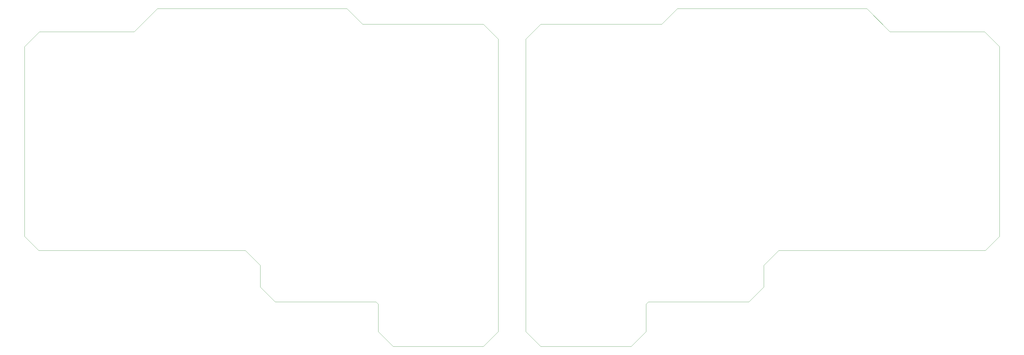
<source format=gbr>
G04 #@! TF.FileFunction,Profile,NP*
%FSLAX46Y46*%
G04 Gerber Fmt 4.6, Leading zero omitted, Abs format (unit mm)*
G04 Created by KiCad (PCBNEW 4.0.7) date Tue Mar  6 17:21:56 2018*
%MOMM*%
%LPD*%
G01*
G04 APERTURE LIST*
%ADD10C,0.100000*%
G04 APERTURE END LIST*
D10*
X299000000Y-148750000D02*
X304000000Y-143750000D01*
X304000000Y-143750000D02*
X368250000Y-143750000D01*
X299000000Y-148750000D02*
X299000000Y-156000000D01*
X299000000Y-156000000D02*
X294000000Y-161000000D01*
X294000000Y-161000000D02*
X260250000Y-161000000D01*
X260250000Y-161000000D02*
X259500000Y-161750000D01*
X259500000Y-161750000D02*
X259500000Y-171000000D01*
X254500000Y-176000000D02*
X259500000Y-171000000D01*
X254500000Y-176000000D02*
X224500000Y-176000000D01*
X219250000Y-171000000D02*
X224250000Y-176000000D01*
X224250000Y-176000000D02*
X224500000Y-176000000D01*
X219250000Y-171000000D02*
X219250000Y-72750000D01*
X219250000Y-72750000D02*
X224250000Y-67750000D01*
X224250000Y-67750000D02*
X264750000Y-67750000D01*
X264750000Y-67750000D02*
X270000000Y-62500000D01*
X270000000Y-62500000D02*
X333500000Y-62500000D01*
X333500000Y-62500000D02*
X341250000Y-70250000D01*
X341250000Y-70250000D02*
X373000000Y-70250000D01*
X378000000Y-75250000D02*
X378000000Y-139000000D01*
X378000000Y-139000000D02*
X373250000Y-143750000D01*
X373250000Y-143750000D02*
X368250000Y-143750000D01*
X378000000Y-75250000D02*
X373000000Y-70250000D01*
X51250000Y-75250000D02*
X56250000Y-70250000D01*
X56000000Y-143750000D02*
X61000000Y-143750000D01*
X51250000Y-139000000D02*
X56000000Y-143750000D01*
X51250000Y-75250000D02*
X51250000Y-139000000D01*
X88000000Y-70250000D02*
X56250000Y-70250000D01*
X95750000Y-62500000D02*
X88000000Y-70250000D01*
X159250000Y-62500000D02*
X95750000Y-62500000D01*
X164500000Y-67750000D02*
X159250000Y-62500000D01*
X205000000Y-67750000D02*
X164500000Y-67750000D01*
X210000000Y-72750000D02*
X205000000Y-67750000D01*
X210000000Y-171000000D02*
X210000000Y-72750000D01*
X205000000Y-176000000D02*
X204750000Y-176000000D01*
X210000000Y-171000000D02*
X205000000Y-176000000D01*
X174750000Y-176000000D02*
X204750000Y-176000000D01*
X174750000Y-176000000D02*
X169750000Y-171000000D01*
X169750000Y-161750000D02*
X169750000Y-171000000D01*
X169000000Y-161000000D02*
X169750000Y-161750000D01*
X135250000Y-161000000D02*
X169000000Y-161000000D01*
X130250000Y-156000000D02*
X135250000Y-161000000D01*
X130250000Y-148750000D02*
X130250000Y-156000000D01*
X125250000Y-143750000D02*
X61000000Y-143750000D01*
X130250000Y-148750000D02*
X125250000Y-143750000D01*
M02*

</source>
